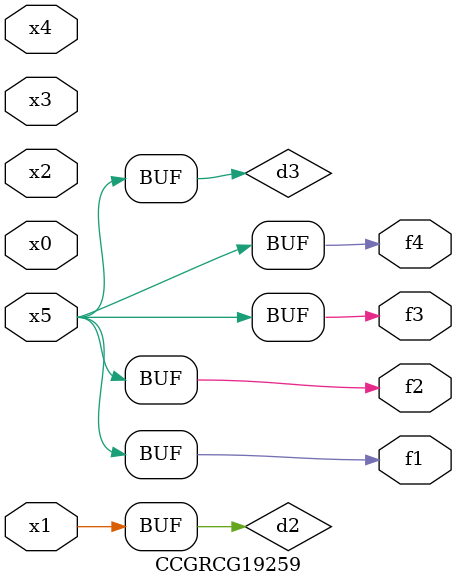
<source format=v>
module CCGRCG19259(
	input x0, x1, x2, x3, x4, x5,
	output f1, f2, f3, f4
);

	wire d1, d2, d3;

	not (d1, x5);
	or (d2, x1);
	xnor (d3, d1);
	assign f1 = d3;
	assign f2 = d3;
	assign f3 = d3;
	assign f4 = d3;
endmodule

</source>
